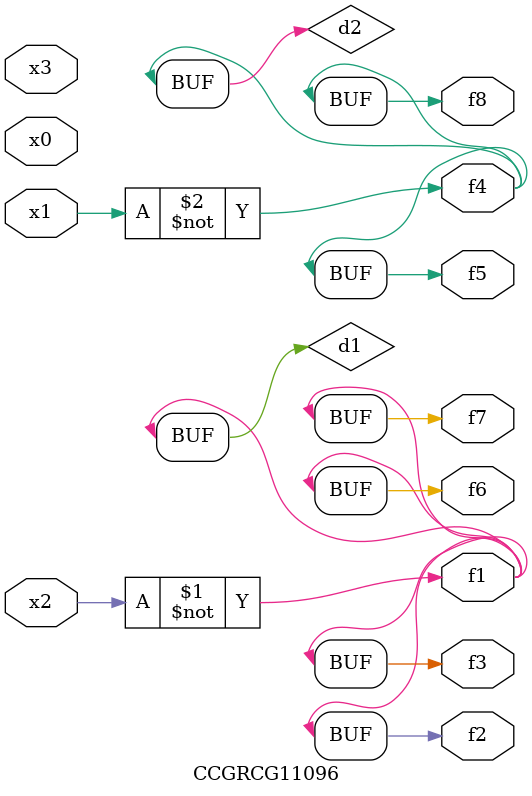
<source format=v>
module CCGRCG11096(
	input x0, x1, x2, x3,
	output f1, f2, f3, f4, f5, f6, f7, f8
);

	wire d1, d2;

	xnor (d1, x2);
	not (d2, x1);
	assign f1 = d1;
	assign f2 = d1;
	assign f3 = d1;
	assign f4 = d2;
	assign f5 = d2;
	assign f6 = d1;
	assign f7 = d1;
	assign f8 = d2;
endmodule

</source>
